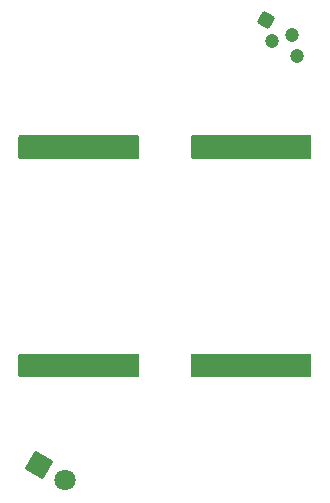
<source format=gbr>
%TF.GenerationSoftware,KiCad,Pcbnew,8.0.2*%
%TF.CreationDate,2024-11-30T21:33:01+01:00*%
%TF.ProjectId,_4mm_sleeper_w_IR,5f346d6d-5f73-46c6-9565-7065725f775f,rev?*%
%TF.SameCoordinates,Original*%
%TF.FileFunction,Soldermask,Top*%
%TF.FilePolarity,Negative*%
%FSLAX46Y46*%
G04 Gerber Fmt 4.6, Leading zero omitted, Abs format (unit mm)*
G04 Created by KiCad (PCBNEW 8.0.2) date 2024-11-30 21:33:01*
%MOMM*%
%LPD*%
G01*
G04 APERTURE LIST*
G04 Aperture macros list*
%AMRoundRect*
0 Rectangle with rounded corners*
0 $1 Rounding radius*
0 $2 $3 $4 $5 $6 $7 $8 $9 X,Y pos of 4 corners*
0 Add a 4 corners polygon primitive as box body*
4,1,4,$2,$3,$4,$5,$6,$7,$8,$9,$2,$3,0*
0 Add four circle primitives for the rounded corners*
1,1,$1+$1,$2,$3*
1,1,$1+$1,$4,$5*
1,1,$1+$1,$6,$7*
1,1,$1+$1,$8,$9*
0 Add four rect primitives between the rounded corners*
20,1,$1+$1,$2,$3,$4,$5,0*
20,1,$1+$1,$4,$5,$6,$7,0*
20,1,$1+$1,$6,$7,$8,$9,0*
20,1,$1+$1,$8,$9,$2,$3,0*%
%AMRotRect*
0 Rectangle, with rotation*
0 The origin of the aperture is its center*
0 $1 length*
0 $2 width*
0 $3 Rotation angle, in degrees counterclockwise*
0 Add horizontal line*
21,1,$1,$2,0,0,$3*%
G04 Aperture macros list end*
%ADD10RoundRect,0.249600X-0.478655X-0.128255X0.128255X-0.478655X0.478655X0.128255X-0.128255X0.478655X0*%
%ADD11C,1.200000*%
%ADD12RotRect,1.800000X1.800000X330.000000*%
%ADD13C,1.800000*%
G04 APERTURE END LIST*
D10*
%TO.C,U101*%
X129057892Y-78090860D03*
D11*
X129522744Y-79825712D03*
X131257597Y-79360860D03*
X131722448Y-81095712D03*
%TD*%
D12*
%TO.C,D101*%
X109806354Y-115764116D03*
D13*
X112006059Y-117034116D03*
%TD*%
G36*
X132844603Y-106319685D02*
G01*
X132890358Y-106372489D01*
X132901564Y-106424029D01*
X132901148Y-108176029D01*
X132881448Y-108243064D01*
X132828633Y-108288807D01*
X132777148Y-108300000D01*
X122824000Y-108300000D01*
X122756961Y-108280315D01*
X122711206Y-108227511D01*
X122700000Y-108176000D01*
X122700000Y-106424000D01*
X122719685Y-106356961D01*
X122772489Y-106311206D01*
X122824000Y-106300000D01*
X132777564Y-106300000D01*
X132844603Y-106319685D01*
G37*
G36*
X118243039Y-87819685D02*
G01*
X118288794Y-87872489D01*
X118300000Y-87924000D01*
X118300000Y-89676000D01*
X118280315Y-89743039D01*
X118227511Y-89788794D01*
X118176000Y-89800000D01*
X108224000Y-89800000D01*
X108156961Y-89780315D01*
X108111206Y-89727511D01*
X108100000Y-89676000D01*
X108100000Y-87924000D01*
X108119685Y-87856961D01*
X108172489Y-87811206D01*
X108224000Y-87800000D01*
X118176000Y-87800000D01*
X118243039Y-87819685D01*
G37*
G36*
X118243039Y-106319685D02*
G01*
X118288794Y-106372489D01*
X118300000Y-106424000D01*
X118300000Y-108176000D01*
X118280315Y-108243039D01*
X118227511Y-108288794D01*
X118176000Y-108300000D01*
X108224000Y-108300000D01*
X108156961Y-108280315D01*
X108111206Y-108227511D01*
X108100000Y-108176000D01*
X108100000Y-106424000D01*
X108119685Y-106356961D01*
X108172489Y-106311206D01*
X108224000Y-106300000D01*
X118176000Y-106300000D01*
X118243039Y-106319685D01*
G37*
G36*
X132849005Y-87819685D02*
G01*
X132894760Y-87872489D01*
X132905966Y-87924029D01*
X132905550Y-89676029D01*
X132885850Y-89743064D01*
X132833035Y-89788807D01*
X132781550Y-89800000D01*
X122824000Y-89800000D01*
X122756961Y-89780315D01*
X122711206Y-89727511D01*
X122700000Y-89676000D01*
X122700000Y-87924000D01*
X122719685Y-87856961D01*
X122772489Y-87811206D01*
X122824000Y-87800000D01*
X132781966Y-87800000D01*
X132849005Y-87819685D01*
G37*
M02*

</source>
